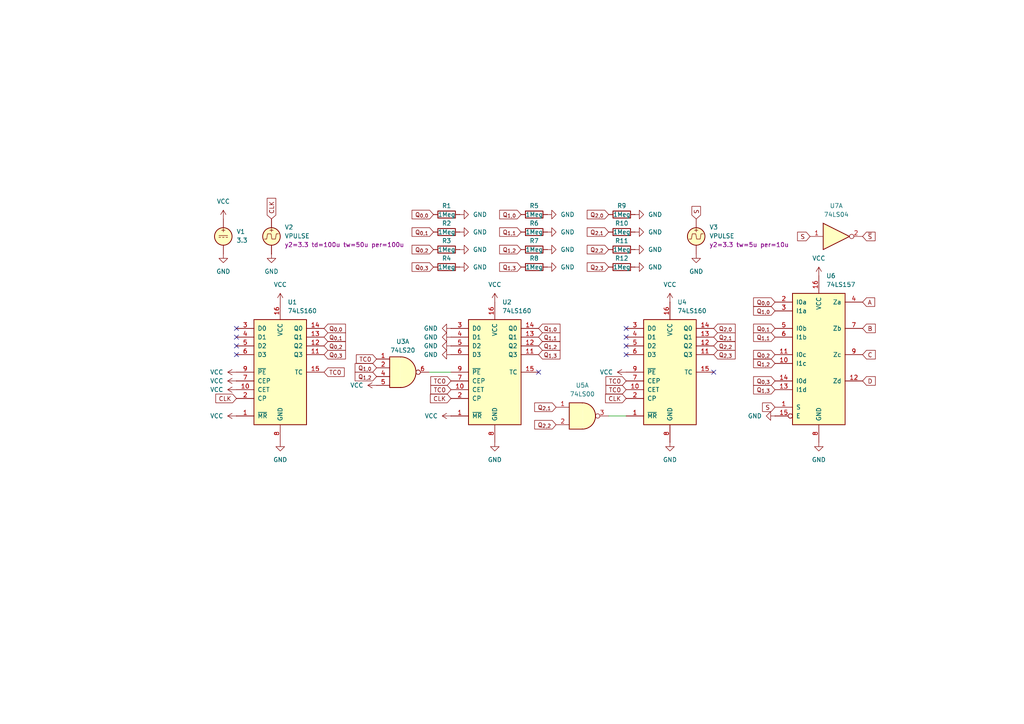
<source format=kicad_sch>
(kicad_sch (version 20250114) (generator "eeschema") (generator_version "9.0")
  (paper "A4")
  (lib_symbols
    (symbol "74xx:74LS00" (pin_names (offset 1.016))
      (property "Reference" "U" (at 0 1.27 0))
      (property "Value" "74LS00" (at 0 -1.27 0))
      (symbol "74LS00_1_1"
        (arc (start 0 3.81) (mid 3.7934 0) (end 0 -3.81) (stroke (width 0.254)) (fill (type background)))
        (polyline (pts (xy 0 3.81) (xy -3.81 3.81) (xy -3.81 -3.81) (xy 0 -3.81)) (stroke (width 0.254)) (fill (type background)))
        (pin input line (at -7.62 2.54 0) (length 3.81) (name "~") (number "1"))
        (pin input line (at -7.62 -2.54 0) (length 3.81) (name "~") (number "2"))
        (pin output inverted (at 7.62 0 180) (length 3.81) (name "~") (number "3"))
      )
      (symbol "74LS00_1_2"
        (arc (start -3.81 3.81) (mid -2.589 0) (end -3.81 -3.81) (stroke (width 0.254)))
        (polyline (pts (xy -3.81 3.81) (xy -0.635 3.81)) (stroke (width 0.254)) (fill (type background)))
        (polyline (pts (xy -3.81 -3.81) (xy -0.635 -3.81)) (stroke (width 0.254)) (fill (type background)))
        (arc (start 3.81 0) (mid 2.1855 -2.584) (end -0.6096 -3.81) (stroke (width 0.254)) (fill (type background)))
        (arc (start -0.6096 3.81) (mid 2.1928 2.5924) (end 3.81 0) (stroke (width 0.254)) (fill (type background)))
        (polyline (pts (xy -0.635 3.81) (xy -3.81 3.81) (xy -3.81 3.81) (xy -3.556 3.4036) (xy -3.0226 2.2606) (xy -2.6924 1.0414) (xy -2.6162 -0.254) (xy -2.7686 -1.4986) (xy -3.175 -2.7178) (xy -3.81 -3.81) (xy -3.81 -3.81) (xy -0.635 -3.81)) (stroke (width -25.4)) (fill (type background)))
        (pin input inverted (at -7.62 2.54 0) (length 4.318) (name "~") (number "1"))
        (pin input inverted (at -7.62 -2.54 0) (length 4.318) (name "~") (number "2"))
        (pin output line (at 7.62 0 180) (length 3.81) (name "~") (number "3"))
      )
      (symbol "74LS00_2_1"
        (arc (start 0 3.81) (mid 3.7934 0) (end 0 -3.81) (stroke (width 0.254)) (fill (type background)))
        (polyline (pts (xy 0 3.81) (xy -3.81 3.81) (xy -3.81 -3.81) (xy 0 -3.81)) (stroke (width 0.254)) (fill (type background)))
        (pin input line (at -7.62 2.54 0) (length 3.81) (name "~") (number "4"))
        (pin input line (at -7.62 -2.54 0) (length 3.81) (name "~") (number "5"))
        (pin output inverted (at 7.62 0 180) (length 3.81) (name "~") (number "6"))
      )
      (symbol "74LS00_2_2"
        (arc (start -3.81 3.81) (mid -2.589 0) (end -3.81 -3.81) (stroke (width 0.254)))
        (polyline (pts (xy -3.81 3.81) (xy -0.635 3.81)) (stroke (width 0.254)) (fill (type background)))
        (polyline (pts (xy -3.81 -3.81) (xy -0.635 -3.81)) (stroke (width 0.254)) (fill (type background)))
        (arc (start 3.81 0) (mid 2.1855 -2.584) (end -0.6096 -3.81) (stroke (width 0.254)) (fill (type background)))
        (arc (start -0.6096 3.81) (mid 2.1928 2.5924) (end 3.81 0) (stroke (width 0.254)) (fill (type background)))
        (polyline (pts (xy -0.635 3.81) (xy -3.81 3.81) (xy -3.81 3.81) (xy -3.556 3.4036) (xy -3.0226 2.2606) (xy -2.6924 1.0414) (xy -2.6162 -0.254) (xy -2.7686 -1.4986) (xy -3.175 -2.7178) (xy -3.81 -3.81) (xy -3.81 -3.81) (xy -0.635 -3.81)) (stroke (width -25.4)) (fill (type background)))
        (pin input inverted (at -7.62 2.54 0) (length 4.318) (name "~") (number "4"))
        (pin input inverted (at -7.62 -2.54 0) (length 4.318) (name "~") (number "5"))
        (pin output line (at 7.62 0 180) (length 3.81) (name "~") (number "6"))
      )
      (symbol "74LS00_3_1"
        (arc (start 0 3.81) (mid 3.7934 0) (end 0 -3.81) (stroke (width 0.254)) (fill (type background)))
        (polyline (pts (xy 0 3.81) (xy -3.81 3.81) (xy -3.81 -3.81) (xy 0 -3.81)) (stroke (width 0.254)) (fill (type background)))
        (pin input line (at -7.62 2.54 0) (length 3.81) (name "~") (number "9"))
        (pin input line (at -7.62 -2.54 0) (length 3.81) (name "~") (number "10"))
        (pin output inverted (at 7.62 0 180) (length 3.81) (name "~") (number "8"))
      )
      (symbol "74LS00_3_2"
        (arc (start -3.81 3.81) (mid -2.589 0) (end -3.81 -3.81) (stroke (width 0.254)))
        (polyline (pts (xy -3.81 3.81) (xy -0.635 3.81)) (stroke (width 0.254)) (fill (type background)))
        (polyline (pts (xy -3.81 -3.81) (xy -0.635 -3.81)) (stroke (width 0.254)) (fill (type background)))
        (arc (start 3.81 0) (mid 2.1855 -2.584) (end -0.6096 -3.81) (stroke (width 0.254)) (fill (type background)))
        (arc (start -0.6096 3.81) (mid 2.1928 2.5924) (end 3.81 0) (stroke (width 0.254)) (fill (type background)))
        (polyline (pts (xy -0.635 3.81) (xy -3.81 3.81) (xy -3.81 3.81) (xy -3.556 3.4036) (xy -3.0226 2.2606) (xy -2.6924 1.0414) (xy -2.6162 -0.254) (xy -2.7686 -1.4986) (xy -3.175 -2.7178) (xy -3.81 -3.81) (xy -3.81 -3.81) (xy -0.635 -3.81)) (stroke (width -25.4)) (fill (type background)))
        (pin input inverted (at -7.62 2.54 0) (length 4.318) (name "~") (number "9"))
        (pin input inverted (at -7.62 -2.54 0) (length 4.318) (name "~") (number "10"))
        (pin output line (at 7.62 0 180) (length 3.81) (name "~") (number "8"))
      )
      (symbol "74LS00_4_1"
        (arc (start 0 3.81) (mid 3.7934 0) (end 0 -3.81) (stroke (width 0.254)) (fill (type background)))
        (polyline (pts (xy 0 3.81) (xy -3.81 3.81) (xy -3.81 -3.81) (xy 0 -3.81)) (stroke (width 0.254)) (fill (type background)))
        (pin input line (at -7.62 2.54 0) (length 3.81) (name "~") (number "12"))
        (pin input line (at -7.62 -2.54 0) (length 3.81) (name "~") (number "13"))
        (pin output inverted (at 7.62 0 180) (length 3.81) (name "~") (number "11"))
      )
      (symbol "74LS00_4_2"
        (arc (start -3.81 3.81) (mid -2.589 0) (end -3.81 -3.81) (stroke (width 0.254)))
        (polyline (pts (xy -3.81 3.81) (xy -0.635 3.81)) (stroke (width 0.254)) (fill (type background)))
        (polyline (pts (xy -3.81 -3.81) (xy -0.635 -3.81)) (stroke (width 0.254)) (fill (type background)))
        (arc (start 3.81 0) (mid 2.1855 -2.584) (end -0.6096 -3.81) (stroke (width 0.254)) (fill (type background)))
        (arc (start -0.6096 3.81) (mid 2.1928 2.5924) (end 3.81 0) (stroke (width 0.254)) (fill (type background)))
        (polyline (pts (xy -0.635 3.81) (xy -3.81 3.81) (xy -3.81 3.81) (xy -3.556 3.4036) (xy -3.0226 2.2606) (xy -2.6924 1.0414) (xy -2.6162 -0.254) (xy -2.7686 -1.4986) (xy -3.175 -2.7178) (xy -3.81 -3.81) (xy -3.81 -3.81) (xy -0.635 -3.81)) (stroke (width -25.4)) (fill (type background)))
        (pin input inverted (at -7.62 2.54 0) (length 4.318) (name "~") (number "12"))
        (pin input inverted (at -7.62 -2.54 0) (length 4.318) (name "~") (number "13"))
        (pin output line (at 7.62 0 180) (length 3.81) (name "~") (number "11"))
      )
      (symbol "74LS00_5_0"
        (pin power_in line (at 0 12.7 270) (length 5.08) (name "VCC") (number "14"))
        (pin power_in line (at 0 -12.7 90) (length 5.08) (name "GND") (number "7"))
      )
      (symbol "74LS00_5_1"
        (rectangle (start -5.08 7.62) (end 5.08 -7.62) (stroke (width 0.254)) (fill (type background)))
      )
    )
    (symbol "74xx:74LS04"
      (property "Reference" "U" (at 0 1.27 0))
      (property "Value" "74LS04" (at 0 -1.27 0))
      (symbol "74LS04_1_0"
        (polyline (pts (xy -3.81 3.81) (xy -3.81 -3.81) (xy 3.81 0) (xy -3.81 3.81)) (stroke (width 0.254)) (fill (type background)))
        (pin input line (at -7.62 0 0) (length 3.81) (name "~") (number "1"))
        (pin output inverted (at 7.62 0 180) (length 3.81) (name "~") (number "2"))
      )
      (symbol "74LS04_2_0"
        (polyline (pts (xy -3.81 3.81) (xy -3.81 -3.81) (xy 3.81 0) (xy -3.81 3.81)) (stroke (width 0.254)) (fill (type background)))
        (pin input line (at -7.62 0 0) (length 3.81) (name "~") (number "3"))
        (pin output inverted (at 7.62 0 180) (length 3.81) (name "~") (number "4"))
      )
      (symbol "74LS04_3_0"
        (polyline (pts (xy -3.81 3.81) (xy -3.81 -3.81) (xy 3.81 0) (xy -3.81 3.81)) (stroke (width 0.254)) (fill (type background)))
        (pin input line (at -7.62 0 0) (length 3.81) (name "~") (number "5"))
        (pin output inverted (at 7.62 0 180) (length 3.81) (name "~") (number "6"))
      )
      (symbol "74LS04_4_0"
        (polyline (pts (xy -3.81 3.81) (xy -3.81 -3.81) (xy 3.81 0) (xy -3.81 3.81)) (stroke (width 0.254)) (fill (type background)))
        (pin input line (at -7.62 0 0) (length 3.81) (name "~") (number "9"))
        (pin output inverted (at 7.62 0 180) (length 3.81) (name "~") (number "8"))
      )
      (symbol "74LS04_5_0"
        (polyline (pts (xy -3.81 3.81) (xy -3.81 -3.81) (xy 3.81 0) (xy -3.81 3.81)) (stroke (width 0.254)) (fill (type background)))
        (pin input line (at -7.62 0 0) (length 3.81) (name "~") (number "11"))
        (pin output inverted (at 7.62 0 180) (length 3.81) (name "~") (number "10"))
      )
      (symbol "74LS04_6_0"
        (polyline (pts (xy -3.81 3.81) (xy -3.81 -3.81) (xy 3.81 0) (xy -3.81 3.81)) (stroke (width 0.254)) (fill (type background)))
        (pin input line (at -7.62 0 0) (length 3.81) (name "~") (number "13"))
        (pin output inverted (at 7.62 0 180) (length 3.81) (name "~") (number "12"))
      )
      (symbol "74LS04_7_0"
        (pin power_in line (at 0 12.7 270) (length 5.08) (name "VCC") (number "14"))
        (pin power_in line (at 0 -12.7 90) (length 5.08) (name "GND") (number "7"))
      )
      (symbol "74LS04_7_1"
        (rectangle (start -5.08 7.62) (end 5.08 -7.62) (stroke (width 0.254)) (fill (type background)))
      )
    )
    (symbol "74xx:74LS157" (pin_names (offset 1.016))
      (property "Reference" "U" (at -7.62 19.05 0))
      (property "Value" "74LS157" (at -7.62 -21.59 0))
      (symbol "74LS157_1_0"
        (pin input line (at -12.7 15.24 0) (length 5.08) (name "I0a") (number "2"))
        (pin input line (at -12.7 12.7 0) (length 5.08) (name "I1a") (number "3"))
        (pin input line (at -12.7 7.62 0) (length 5.08) (name "I0b") (number "5"))
        (pin input line (at -12.7 5.08 0) (length 5.08) (name "I1b") (number "6"))
        (pin input line (at -12.7 0 0) (length 5.08) (name "I0c") (number "11"))
        (pin input line (at -12.7 -2.54 0) (length 5.08) (name "I1c") (number "10"))
        (pin input line (at -12.7 -7.62 0) (length 5.08) (name "I0d") (number "14"))
        (pin input line (at -12.7 -10.16 0) (length 5.08) (name "I1d") (number "13"))
        (pin input line (at -12.7 -15.24 0) (length 5.08) (name "S") (number "1"))
        (pin input inverted (at -12.7 -17.78 0) (length 5.08) (name "E") (number "15"))
        (pin power_in line (at 0 22.86 270) (length 5.08) (name "VCC") (number "16"))
        (pin power_in line (at 0 -25.4 90) (length 5.08) (name "GND") (number "8"))
        (pin output line (at 12.7 15.24 180) (length 5.08) (name "Za") (number "4"))
        (pin output line (at 12.7 7.62 180) (length 5.08) (name "Zb") (number "7"))
        (pin output line (at 12.7 0 180) (length 5.08) (name "Zc") (number "9"))
        (pin output line (at 12.7 -7.62 180) (length 5.08) (name "Zd") (number "12"))
      )
      (symbol "74LS157_1_1"
        (rectangle (start -7.62 17.78) (end 7.62 -20.32) (stroke (width 0.254)) (fill (type background)))
      )
    )
    (symbol "74xx:74LS160" (pin_names (offset 1.016))
      (property "Reference" "U" (at -7.62 16.51 0))
      (property "Value" "74LS160" (at -7.62 -16.51 0))
      (symbol "74LS160_1_0"
        (pin input line (at -12.7 12.7 0) (length 5.08) (name "D0") (number "3"))
        (pin input line (at -12.7 10.16 0) (length 5.08) (name "D1") (number "4"))
        (pin input line (at -12.7 7.62 0) (length 5.08) (name "D2") (number "5"))
        (pin input line (at -12.7 5.08 0) (length 5.08) (name "D3") (number "6"))
        (pin input line (at -12.7 0 0) (length 5.08) (name "~{PE}") (number "9"))
        (pin input line (at -12.7 -2.54 0) (length 5.08) (name "CEP") (number "7"))
        (pin input line (at -12.7 -5.08 0) (length 5.08) (name "CET") (number "10"))
        (pin input line (at -12.7 -7.62 0) (length 5.08) (name "CP") (number "2"))
        (pin input line (at -12.7 -12.7 0) (length 5.08) (name "~{MR}") (number "1"))
        (pin power_in line (at 0 20.32 270) (length 5.08) (name "VCC") (number "16"))
        (pin power_in line (at 0 -20.32 90) (length 5.08) (name "GND") (number "8"))
        (pin output line (at 12.7 12.7 180) (length 5.08) (name "Q0") (number "14"))
        (pin output line (at 12.7 10.16 180) (length 5.08) (name "Q1") (number "13"))
        (pin output line (at 12.7 7.62 180) (length 5.08) (name "Q2") (number "12"))
        (pin output line (at 12.7 5.08 180) (length 5.08) (name "Q3") (number "11"))
        (pin output line (at 12.7 0 180) (length 5.08) (name "TC") (number "15"))
      )
      (symbol "74LS160_1_1"
        (rectangle (start -7.62 15.24) (end 7.62 -15.24) (stroke (width 0.254)) (fill (type background)))
      )
    )
    (symbol "74xx:74LS20" (pin_names (offset 1.016))
      (property "Reference" "U" (at 0 1.27 0))
      (property "Value" "74LS20" (at 0 -1.27 0))
      (symbol "74LS20_1_1"
        (arc (start -0.635 4.445) (mid 3.7907 0) (end -0.635 -4.445) (stroke (width 0.254)) (fill (type background)))
        (polyline (pts (xy -0.635 4.445) (xy -3.81 4.445) (xy -3.81 -4.445) (xy -0.635 -4.445)) (stroke (width 0.254)) (fill (type background)))
        (pin input line (at -7.62 3.81 0) (length 3.81) (name "~") (number "1"))
        (pin input line (at -7.62 1.27 0) (length 3.81) (name "~") (number "2"))
        (pin input line (at -7.62 -1.27 0) (length 3.81) (name "~") (number "4"))
        (pin input line (at -7.62 -3.81 0) (length 3.81) (name "~") (number "5"))
        (pin output inverted (at 7.62 0 180) (length 3.81) (name "~") (number "6"))
      )
      (symbol "74LS20_1_2"
        (arc (start -3.81 4.445) (mid -2.5908 0) (end -3.81 -4.445) (stroke (width 0.254)))
        (polyline (pts (xy -3.81 4.445) (xy -0.635 4.445)) (stroke (width 0.254)) (fill (type background)))
        (polyline (pts (xy -3.81 -4.445) (xy -0.635 -4.445)) (stroke (width 0.254)) (fill (type background)))
        (arc (start -0.6096 4.445) (mid 2.2198 2.8385) (end 3.81 0) (stroke (width 0.254)) (fill (type background)))
        (arc (start 3.81 0) (mid 2.224 -2.8428) (end -0.6096 -4.445) (stroke (width 0.254)) (fill (type background)))
        (polyline (pts (xy -0.635 4.445) (xy -3.81 4.445) (xy -3.81 4.445) (xy -3.6322 4.0894) (xy -3.0988 2.921) (xy -2.7686 1.6764) (xy -2.6162 0.4318) (xy -2.6416 -0.8636) (xy -2.8702 -2.1082) (xy -3.2512 -3.3274) (xy -3.81 -4.445) (xy -3.81 -4.445) (xy -0.635 -4.445)) (stroke (width -25.4)) (fill (type background)))
        (pin input inverted (at -7.62 3.81 0) (length 3.81) (name "~") (number "1"))
        (pin input inverted (at -7.62 1.27 0) (length 4.826) (name "~") (number "2"))
        (pin input inverted (at -7.62 -1.27 0) (length 4.826) (name "~") (number "4"))
        (pin input inverted (at -7.62 -3.81 0) (length 3.81) (name "~") (number "5"))
        (pin output line (at 7.62 0 180) (length 3.81) (name "~") (number "6"))
      )
      (symbol "74LS20_2_1"
        (arc (start -0.635 4.445) (mid 3.7907 0) (end -0.635 -4.445) (stroke (width 0.254)) (fill (type background)))
        (polyline (pts (xy -0.635 4.445) (xy -3.81 4.445) (xy -3.81 -4.445) (xy -0.635 -4.445)) (stroke (width 0.254)) (fill (type background)))
        (pin input line (at -7.62 3.81 0) (length 3.81) (name "~") (number "9"))
        (pin input line (at -7.62 1.27 0) (length 3.81) (name "~") (number "10"))
        (pin input line (at -7.62 -1.27 0) (length 3.81) (name "~") (number "12"))
        (pin input line (at -7.62 -3.81 0) (length 3.81) (name "~") (number "13"))
        (pin output inverted (at 7.62 0 180) (length 3.81) (name "~") (number "8"))
      )
      (symbol "74LS20_2_2"
        (arc (start -3.81 4.445) (mid -2.5908 0) (end -3.81 -4.445) (stroke (width 0.254)))
        (polyline (pts (xy -3.81 4.445) (xy -0.635 4.445)) (stroke (width 0.254)) (fill (type background)))
        (polyline (pts (xy -3.81 -4.445) (xy -0.635 -4.445)) (stroke (width 0.254)) (fill (type background)))
        (arc (start -0.6096 4.445) (mid 2.2198 2.8385) (end 3.81 0) (stroke (width 0.254)) (fill (type background)))
        (arc (start 3.81 0) (mid 2.224 -2.8428) (end -0.6096 -4.445) (stroke (width 0.254)) (fill (type background)))
        (polyline (pts (xy -0.635 4.445) (xy -3.81 4.445) (xy -3.81 4.445) (xy -3.6322 4.0894) (xy -3.0988 2.921) (xy -2.7686 1.6764) (xy -2.6162 0.4318) (xy -2.6416 -0.8636) (xy -2.8702 -2.1082) (xy -3.2512 -3.3274) (xy -3.81 -4.445) (xy -3.81 -4.445) (xy -0.635 -4.445)) (stroke (width -25.4)) (fill (type background)))
        (pin input inverted (at -7.62 3.81 0) (length 3.81) (name "~") (number "9"))
        (pin input inverted (at -7.62 1.27 0) (length 4.826) (name "~") (number "10"))
        (pin input inverted (at -7.62 -1.27 0) (length 4.826) (name "~") (number "12"))
        (pin input inverted (at -7.62 -3.81 0) (length 3.81) (name "~") (number "13"))
        (pin output line (at 7.62 0 180) (length 3.81) (name "~") (number "8"))
      )
      (symbol "74LS20_3_0"
        (pin power_in line (at 0 12.7 270) (length 5.08) (name "VCC") (number "14"))
        (pin power_in line (at 0 -12.7 90) (length 5.08) (name "GND") (number "7"))
      )
      (symbol "74LS20_3_1"
        (rectangle (start -5.08 7.62) (end 5.08 -7.62) (stroke (width 0.254)) (fill (type background)))
      )
    )
    (symbol "Device:R" (pin_numbers (hide yes)) (pin_names (offset 0))
      (property "Reference" "R" (at 2.032 0 90))
      (property "Value" "R" (at 0 0 90))
      (symbol "R_0_1"
        (rectangle (start -1.016 -2.54) (end 1.016 2.54) (stroke (width 0.254)))
      )
      (symbol "R_1_1"
        (pin passive line (at 0 3.81 270) (length 1.27) (name "~") (number "1"))
        (pin passive line (at 0 -3.81 90) (length 1.27) (name "~") (number "2"))
      )
    )
    (symbol "Simulation_SPICE:VDC" (pin_numbers (hide yes)) (pin_names (offset 0.0254))
      (property "Reference" "V" (at 2.54 2.54 0))
      (property "Value" "1" (at 2.54 0 0))
      (symbol "VDC_0_0"
        (polyline (pts (xy -1.27 0.254) (xy 1.27 0.254)))
        (polyline (pts (xy -0.762 -0.254) (xy -1.27 -0.254)))
        (polyline (pts (xy 0.254 -0.254) (xy -0.254 -0.254)))
        (polyline (pts (xy 1.27 -0.254) (xy 0.762 -0.254)))
        (text "+" (at 0 1.905 0) (effects (font (size 1.27 1.27))))
      )
      (symbol "VDC_0_1"
        (circle (center 0 0) (radius 2.54) (stroke (width 0.254)) (fill (type background)))
      )
      (symbol "VDC_1_1"
        (pin passive line (at 0 5.08 270) (length 2.54) (name "~") (number "1"))
        (pin passive line (at 0 -5.08 90) (length 2.54) (name "~") (number "2"))
      )
    )
    (symbol "Simulation_SPICE:VPULSE" (pin_numbers (hide yes)) (pin_names (offset 0.0254))
      (property "Reference" "V" (at 2.54 2.54 0))
      (property "Value" "VPULSE" (at 2.54 0 0))
      (property "Sim.Params" "y1=0 y2=1 td=2n tr=2n tf=2n tw=50n per=100n" (at 2.54 -2.54 0))
      (symbol "VPULSE_0_0"
        (polyline (pts (xy -2.032 -0.762) (xy -1.397 -0.762) (xy -1.143 0.762) (xy -0.127 0.762) (xy 0.127 -0.762) (xy 1.143 -0.762) (xy 1.397 0.762) (xy 2.032 0.762)))
        (text "+" (at 0 1.905 0) (effects (font (size 1.27 1.27))))
      )
      (symbol "VPULSE_0_1"
        (circle (center 0 0) (radius 2.54) (stroke (width 0.254)) (fill (type background)))
      )
      (symbol "VPULSE_1_1"
        (pin passive line (at 0 5.08 270) (length 2.54) (name "~") (number "1"))
        (pin passive line (at 0 -5.08 90) (length 2.54) (name "~") (number "2"))
      )
    )
    (symbol "power:GND" (power) (pin_numbers (hide yes)) (pin_names (offset 0) (hide yes))
      (property "Value" "GND" (at 0 -3.81 0))
      (symbol "GND_0_1"
        (polyline (pts (xy 0 0) (xy 0 -1.27) (xy 1.27 -1.27) (xy 0 -2.54) (xy -1.27 -1.27) (xy 0 -1.27)))
      )
      (symbol "GND_1_1"
        (pin power_in line (at 0 0 270) (length 0) (name "~") (number "1"))
      )
    )
    (symbol "power:VCC" (power) (pin_numbers (hide yes)) (pin_names (offset 0) (hide yes))
      (property "Value" "VCC" (at 0 3.556 0))
      (symbol "VCC_0_1"
        (polyline (pts (xy -0.762 1.27) (xy 0 2.54)))
        (polyline (pts (xy 0 2.54) (xy 0.762 1.27)))
        (polyline (pts (xy 0 0) (xy 0 2.54)))
      )
      (symbol "VCC_1_1"
        (pin power_in line (at 0 0 90) (length 0) (name "~") (number "1"))
      )
    )
  )
  (no_connect (at 68.58 95.25))
  (no_connect (at 181.61 97.79))
  (no_connect (at 181.61 102.87))
  (no_connect (at 181.61 95.25))
  (no_connect (at 68.58 100.33))
  (no_connect (at 68.58 102.87))
  (no_connect (at 181.61 100.33))
  (no_connect (at 156.21 107.95))
  (no_connect (at 68.58 97.79))
  (no_connect (at 207.01 107.95))
  (wire (pts (xy 176.53 120.65) (xy 181.61 120.65)))
  (wire (pts (xy 124.46 107.95) (xy 130.81 107.95)))
  (global_label "CLK" (shape input) (at 68.58 115.57 180) (property "Intersheetrefs" "${INTERSHEET_REFS}" (effects (hide yes))))
  (global_label "Q_{2,1}" (shape input) (at 161.29 118.11 180) (property "Intersheetrefs" "${INTERSHEET_REFS}" (effects (hide yes))))
  (global_label "Q_{1,2}" (shape input) (at 109.22 109.22 180) (property "Intersheetrefs" "${INTERSHEET_REFS}" (effects (hide yes))))
  (global_label "Q_{0,3}" (shape input) (at 93.98 102.87 0) (property "Intersheetrefs" "${INTERSHEET_REFS}" (effects (hide yes))))
  (global_label "Q_{1,0}" (shape input) (at 109.22 106.68 180) (property "Intersheetrefs" "${INTERSHEET_REFS}" (effects (hide yes))))
  (global_label "Q_{2,3}" (shape input) (at 207.01 102.87 0) (property "Intersheetrefs" "${INTERSHEET_REFS}" (effects (hide yes))))
  (global_label "A" (shape input) (at 250.19 87.63 0) (property "Intersheetrefs" "${INTERSHEET_REFS}" (effects (hide yes))))
  (global_label "Q_{1,2}" (shape input) (at 151.13 72.39 180) (property "Intersheetrefs" "${INTERSHEET_REFS}" (effects (hide yes))))
  (global_label "Q_{1,3}" (shape input) (at 156.21 102.87 0) (property "Intersheetrefs" "${INTERSHEET_REFS}" (effects (hide yes))))
  (global_label "TC0" (shape input) (at 109.22 104.14 180) (property "Intersheetrefs" "${INTERSHEET_REFS}" (effects (hide yes))))
  (global_label "TC0" (shape input) (at 130.81 110.49 180) (property "Intersheetrefs" "${INTERSHEET_REFS}" (effects (hide yes))))
  (global_label "Q_{0,3}" (shape input) (at 125.73 77.47 180) (property "Intersheetrefs" "${INTERSHEET_REFS}" (effects (hide yes))))
  (global_label "Q_{0,3}" (shape input) (at 224.79 110.49 180) (property "Intersheetrefs" "${INTERSHEET_REFS}" (effects (hide yes))))
  (global_label "Q_{0,2}" (shape input) (at 93.98 100.33 0) (property "Intersheetrefs" "${INTERSHEET_REFS}" (effects (hide yes))))
  (global_label "CLK" (shape input) (at 181.61 115.57 180) (property "Intersheetrefs" "${INTERSHEET_REFS}" (effects (hide yes))))
  (global_label "S" (shape input) (at 224.79 118.11 180) (property "Intersheetrefs" "${INTERSHEET_REFS}" (effects (hide yes))))
  (global_label "Q_{2,2}" (shape input) (at 207.01 100.33 0) (property "Intersheetrefs" "${INTERSHEET_REFS}" (effects (hide yes))))
  (global_label "Q_{0,2}" (shape input) (at 224.79 102.87 180) (property "Intersheetrefs" "${INTERSHEET_REFS}" (effects (hide yes))))
  (global_label "TC0" (shape input) (at 181.61 113.03 180) (property "Intersheetrefs" "${INTERSHEET_REFS}" (effects (hide yes))))
  (global_label "Q_{2,0}" (shape input) (at 207.01 95.25 0) (property "Intersheetrefs" "${INTERSHEET_REFS}" (effects (hide yes))))
  (global_label "Q_{1,1}" (shape input) (at 156.21 97.79 0) (property "Intersheetrefs" "${INTERSHEET_REFS}" (effects (hide yes))))
  (global_label "Q_{2,3}" (shape input) (at 176.53 77.47 180) (property "Intersheetrefs" "${INTERSHEET_REFS}" (effects (hide yes))))
  (global_label "Q_{1,3}" (shape input) (at 151.13 77.47 180) (property "Intersheetrefs" "${INTERSHEET_REFS}" (effects (hide yes))))
  (global_label "Q_{0,0}" (shape input) (at 93.98 95.25 0) (property "Intersheetrefs" "${INTERSHEET_REFS}" (effects (hide yes))))
  (global_label "Q_{1,1}" (shape input) (at 224.79 97.79 180) (property "Intersheetrefs" "${INTERSHEET_REFS}" (effects (hide yes))))
  (global_label "Q_{2,2}" (shape input) (at 161.29 123.19 180) (property "Intersheetrefs" "${INTERSHEET_REFS}" (effects (hide yes))))
  (global_label "S" (shape input) (at 201.93 63.5 90) (property "Intersheetrefs" "${INTERSHEET_REFS}" (effects (hide yes))))
  (global_label "Q_{1,3}" (shape input) (at 224.79 113.03 180) (property "Intersheetrefs" "${INTERSHEET_REFS}" (effects (hide yes))))
  (global_label "Q_{0,2}" (shape input) (at 125.73 72.39 180) (property "Intersheetrefs" "${INTERSHEET_REFS}" (effects (hide yes))))
  (global_label "D" (shape input) (at 250.19 110.49 0) (property "Intersheetrefs" "${INTERSHEET_REFS}" (effects (hide yes))))
  (global_label "Q_{0,0}" (shape input) (at 224.79 87.63 180) (property "Intersheetrefs" "${INTERSHEET_REFS}" (effects (hide yes))))
  (global_label "Q_{1,2}" (shape input) (at 156.21 100.33 0) (property "Intersheetrefs" "${INTERSHEET_REFS}" (effects (hide yes))))
  (global_label "Q_{2,2}" (shape input) (at 176.53 72.39 180) (property "Intersheetrefs" "${INTERSHEET_REFS}" (effects (hide yes))))
  (global_label "Q_{0,1}" (shape input) (at 125.73 67.31 180) (property "Intersheetrefs" "${INTERSHEET_REFS}" (effects (hide yes))))
  (global_label "S" (shape input) (at 234.95 68.58 180) (property "Intersheetrefs" "${INTERSHEET_REFS}" (effects (hide yes))))
  (global_label "C" (shape input) (at 250.19 102.87 0) (property "Intersheetrefs" "${INTERSHEET_REFS}" (effects (hide yes))))
  (global_label "Q_{1,2}" (shape input) (at 224.79 105.41 180) (property "Intersheetrefs" "${INTERSHEET_REFS}" (effects (hide yes))))
  (global_label "CLK" (shape input) (at 78.74 63.5 90) (property "Intersheetrefs" "${INTERSHEET_REFS}" (effects (hide yes))))
  (global_label "CLK" (shape input) (at 130.81 115.57 180) (property "Intersheetrefs" "${INTERSHEET_REFS}" (effects (hide yes))))
  (global_label "TC0" (shape input) (at 181.61 110.49 180) (property "Intersheetrefs" "${INTERSHEET_REFS}" (effects (hide yes))))
  (global_label "Q_{0,1}" (shape input) (at 224.79 95.25 180) (property "Intersheetrefs" "${INTERSHEET_REFS}" (effects (hide yes))))
  (global_label "Q_{0,1}" (shape input) (at 93.98 97.79 0) (property "Intersheetrefs" "${INTERSHEET_REFS}" (effects (hide yes))))
  (global_label "TC0" (shape input) (at 130.81 113.03 180) (property "Intersheetrefs" "${INTERSHEET_REFS}" (effects (hide yes))))
  (global_label "Q_{0,0}" (shape input) (at 125.73 62.23 180) (property "Intersheetrefs" "${INTERSHEET_REFS}" (effects (hide yes))))
  (global_label "Q_{1,0}" (shape input) (at 156.21 95.25 0) (property "Intersheetrefs" "${INTERSHEET_REFS}" (effects (hide yes))))
  (global_label "TC0" (shape input) (at 93.98 107.95 0) (property "Intersheetrefs" "${INTERSHEET_REFS}" (effects (hide yes))))
  (global_label "Q_{2,1}" (shape input) (at 207.01 97.79 0) (property "Intersheetrefs" "${INTERSHEET_REFS}" (effects (hide yes))))
  (global_label "Q_{2,1}" (shape input) (at 176.53 67.31 180) (property "Intersheetrefs" "${INTERSHEET_REFS}" (effects (hide yes))))
  (global_label "Q_{1,1}" (shape input) (at 151.13 67.31 180) (property "Intersheetrefs" "${INTERSHEET_REFS}" (effects (hide yes))))
  (global_label "~{S}" (shape input) (at 250.19 68.58 0) (property "Intersheetrefs" "${INTERSHEET_REFS}" (effects (hide yes))))
  (global_label "B" (shape input) (at 250.19 95.25 0) (property "Intersheetrefs" "${INTERSHEET_REFS}" (effects (hide yes))))
  (global_label "Q_{1,0}" (shape input) (at 151.13 62.23 180) (property "Intersheetrefs" "${INTERSHEET_REFS}" (effects (hide yes))))
  (global_label "Q_{1,0}" (shape input) (at 224.79 90.17 180) (property "Intersheetrefs" "${INTERSHEET_REFS}" (effects (hide yes))))
  (global_label "Q_{2,0}" (shape input) (at 176.53 62.23 180) (property "Intersheetrefs" "${INTERSHEET_REFS}" (effects (hide yes))))
  (symbol (lib_id "Device:R") (at 180.34 62.23 90) (unit 1)
    (property "Reference" "R9" (at 180.34 59.69 90))
    (property "Value" "1Meg" (at 180.34 62.23 90))
    (property "Description" "Resistor" (effects (hide yes)))
  )
  (symbol (lib_id "power:VCC") (at 64.77 63.5 0) (unit 1)
    (property "Reference" "#PWR03" (effects (hide yes)))
    (property "Value" "VCC" (at 64.77 58.42 0))
    (property "Description" "Power symbol creates a global label with name \"VCC\"" (effects (hide yes)))
  )
  (symbol (lib_id "power:GND") (at 130.81 97.79 270) (unit 1)
    (property "Reference" "#PWR013" (effects (hide yes)))
    (property "Value" "GND" (at 127 97.7899 90) (effects (justify right)))
    (property "Description" "Power symbol creates a global label with name \"GND\" , ground" (effects (hide yes)))
  )
  (symbol (lib_id "power:GND") (at 184.15 62.23 90) (unit 1)
    (property "Reference" "#PWR031" (effects (hide yes)))
    (property "Value" "GND" (at 187.96 62.2299 90) (effects (justify right)))
    (property "Description" "Power symbol creates a global label with name \"GND\" , ground" (effects (hide yes)))
  )
  (symbol (lib_id "74xx:74LS160") (at 143.51 107.95 0) (unit 1)
    (property "Reference" "U2" (at 145.6533 87.63 0) (effects (justify left)))
    (property "Value" "74LS160" (at 145.6533 90.17 0) (effects (justify left)))
    (property "Datasheet" "http://www.ti.com/lit/gpn/sn74LS160" (effects (hide yes)))
    (property "Description" "Synchronous 4-bit programmable decimal Counter" (effects (hide yes)))
    (property "Sim.Library" "../74LS160A.lib" (effects (hide yes)))
    (property "Sim.Name" "74LS160A" (effects (hide yes)))
    (property "Sim.Device" "SUBCKT" (effects (hide yes)))
    (property "Sim.Pins" "1=CLRBAR 2=CLK 3=A 4=B 5=C 6=D 7=ENP 8=GND 9=LOADBAR 10=ENT 11=QD 12=QC 13=QB 14=QA 15=RCO 16=VCC" (effects (hide yes)))
  )
  (symbol (lib_id "power:GND") (at 158.75 62.23 90) (unit 1)
    (property "Reference" "#PWR027" (effects (hide yes)))
    (property "Value" "GND" (at 162.56 62.2299 90) (effects (justify right)))
    (property "Description" "Power symbol creates a global label with name \"GND\" , ground" (effects (hide yes)))
  )
  (symbol (lib_id "power:GND") (at 133.35 62.23 90) (unit 1)
    (property "Reference" "#PWR021" (effects (hide yes)))
    (property "Value" "GND" (at 137.16 62.2299 90) (effects (justify right)))
    (property "Description" "Power symbol creates a global label with name \"GND\" , ground" (effects (hide yes)))
  )
  (symbol (lib_id "power:GND") (at 184.15 77.47 90) (unit 1)
    (property "Reference" "#PWR034" (effects (hide yes)))
    (property "Value" "GND" (at 187.96 77.4699 90) (effects (justify right)))
    (property "Description" "Power symbol creates a global label with name \"GND\" , ground" (effects (hide yes)))
  )
  (symbol (lib_id "power:VCC") (at 68.58 113.03 90) (unit 1)
    (property "Reference" "#PWR010" (effects (hide yes)))
    (property "Value" "VCC" (at 64.77 113.0299 90) (effects (justify left)))
    (property "Description" "Power symbol creates a global label with name \"VCC\"" (effects (hide yes)))
  )
  (symbol (lib_id "power:VCC") (at 237.49 80.01 0) (unit 1)
    (property "Reference" "#PWR035" (effects (hide yes)))
    (property "Value" "VCC" (at 237.49 74.93 0))
    (property "Description" "Power symbol creates a global label with name \"VCC\"" (effects (hide yes)))
  )
  (symbol (lib_id "power:GND") (at 64.77 73.66 0) (unit 1)
    (property "Reference" "#PWR01" (effects (hide yes)))
    (property "Value" "GND" (at 64.77 78.74 0))
    (property "Description" "Power symbol creates a global label with name \"GND\" , ground" (effects (hide yes)))
  )
  (symbol (lib_id "power:GND") (at 158.75 67.31 90) (unit 1)
    (property "Reference" "#PWR028" (effects (hide yes)))
    (property "Value" "GND" (at 162.56 67.3099 90) (effects (justify right)))
    (property "Description" "Power symbol creates a global label with name \"GND\" , ground" (effects (hide yes)))
  )
  (symbol (lib_id "power:GND") (at 78.74 73.66 0) (unit 1)
    (property "Reference" "#PWR02" (effects (hide yes)))
    (property "Value" "GND" (at 78.74 78.74 0))
    (property "Description" "Power symbol creates a global label with name \"GND\" , ground" (effects (hide yes)))
  )
  (symbol (lib_id "Device:R") (at 129.54 62.23 90) (unit 1)
    (property "Reference" "R1" (at 129.54 59.69 90))
    (property "Value" "1Meg" (at 129.54 62.23 90))
    (property "Description" "Resistor" (effects (hide yes)))
  )
  (symbol (lib_id "power:VCC") (at 194.31 87.63 0) (unit 1)
    (property "Reference" "#PWR022" (effects (hide yes)))
    (property "Value" "VCC" (at 194.31 82.55 0))
    (property "Description" "Power symbol creates a global label with name \"VCC\"" (effects (hide yes)))
  )
  (symbol (lib_id "Device:R") (at 154.94 77.47 90) (unit 1)
    (property "Reference" "R8" (at 154.94 74.93 90))
    (property "Value" "1Meg" (at 154.94 77.47 90))
    (property "Description" "Resistor" (effects (hide yes)))
  )
  (symbol (lib_id "power:VCC") (at 81.28 87.63 0) (unit 1)
    (property "Reference" "#PWR04" (effects (hide yes)))
    (property "Value" "VCC" (at 81.28 82.55 0))
    (property "Description" "Power symbol creates a global label with name \"VCC\"" (effects (hide yes)))
  )
  (symbol (lib_id "Device:R") (at 129.54 77.47 90) (unit 1)
    (property "Reference" "R4" (at 129.54 74.93 90))
    (property "Value" "1Meg" (at 129.54 77.47 90))
    (property "Description" "Resistor" (effects (hide yes)))
  )
  (symbol (lib_id "74xx:74LS160") (at 194.31 107.95 0) (unit 1)
    (property "Reference" "U4" (at 196.4533 87.63 0) (effects (justify left)))
    (property "Value" "74LS160" (at 196.4533 90.17 0) (effects (justify left)))
    (property "Datasheet" "http://www.ti.com/lit/gpn/sn74LS160" (effects (hide yes)))
    (property "Description" "Synchronous 4-bit programmable decimal Counter" (effects (hide yes)))
    (property "Sim.Library" "../74LS160A.lib" (effects (hide yes)))
    (property "Sim.Name" "74LS160A" (effects (hide yes)))
    (property "Sim.Device" "SUBCKT" (effects (hide yes)))
    (property "Sim.Pins" "1=CLRBAR 2=CLK 3=A 4=B 5=C 6=D 7=ENP 8=GND 9=LOADBAR 10=ENT 11=QD 12=QC 13=QB 14=QA 15=RCO 16=VCC" (effects (hide yes)))
  )
  (symbol (lib_id "power:VCC") (at 143.51 87.63 0) (unit 1)
    (property "Reference" "#PWR05" (effects (hide yes)))
    (property "Value" "VCC" (at 143.51 82.55 0))
    (property "Description" "Power symbol creates a global label with name \"VCC\"" (effects (hide yes)))
  )
  (symbol (lib_id "74xx:74LS00") (at 168.91 120.65 0) (unit 1)
    (property "Reference" "U5" (at 168.9017 111.76 0))
    (property "Value" "74LS00" (at 168.9017 114.3 0))
    (property "Datasheet" "http://www.ti.com/lit/gpn/sn74ls00" (effects (hide yes)))
    (property "Description" "quad 2-input NAND gate" (effects (hide yes)))
    (property "Sim.Library" "../74LS00.lib" (effects (hide yes)))
    (property "Sim.Name" "74LS00" (effects (hide yes)))
    (property "Sim.Device" "SUBCKT" (effects (hide yes)))
    (property "Sim.Pins" "1=1A 2=1B 3=1Y" (effects (hide yes)))
  )
  (symbol (lib_id "Device:R") (at 154.94 62.23 90) (unit 1)
    (property "Reference" "R5" (at 154.94 59.69 90))
    (property "Value" "1Meg" (at 154.94 62.23 90))
    (property "Description" "Resistor" (effects (hide yes)))
  )
  (symbol (lib_id "power:GND") (at 184.15 67.31 90) (unit 1)
    (property "Reference" "#PWR032" (effects (hide yes)))
    (property "Value" "GND" (at 187.96 67.3099 90) (effects (justify right)))
    (property "Description" "Power symbol creates a global label with name \"GND\" , ground" (effects (hide yes)))
  )
  (symbol (lib_id "Device:R") (at 129.54 72.39 90) (unit 1)
    (property "Reference" "R3" (at 129.54 69.85 90))
    (property "Value" "1Meg" (at 129.54 72.39 90))
    (property "Description" "Resistor" (effects (hide yes)))
  )
  (symbol (lib_id "power:GND") (at 158.75 72.39 90) (unit 1)
    (property "Reference" "#PWR029" (effects (hide yes)))
    (property "Value" "GND" (at 162.56 72.3899 90) (effects (justify right)))
    (property "Description" "Power symbol creates a global label with name \"GND\" , ground" (effects (hide yes)))
  )
  (symbol (lib_id "power:GND") (at 184.15 72.39 90) (unit 1)
    (property "Reference" "#PWR033" (effects (hide yes)))
    (property "Value" "GND" (at 187.96 72.3899 90) (effects (justify right)))
    (property "Description" "Power symbol creates a global label with name \"GND\" , ground" (effects (hide yes)))
  )
  (symbol (lib_id "Device:R") (at 180.34 67.31 90) (unit 1)
    (property "Reference" "R10" (at 180.34 64.77 90))
    (property "Value" "1Meg" (at 180.34 67.31 90))
    (property "Description" "Resistor" (effects (hide yes)))
  )
  (symbol (lib_id "power:GND") (at 81.28 128.27 0) (unit 1)
    (property "Reference" "#PWR06" (effects (hide yes)))
    (property "Value" "GND" (at 81.28 133.35 0))
    (property "Description" "Power symbol creates a global label with name \"GND\" , ground" (effects (hide yes)))
  )
  (symbol (lib_id "power:GND") (at 143.51 128.27 0) (unit 1)
    (property "Reference" "#PWR07" (effects (hide yes)))
    (property "Value" "GND" (at 143.51 133.35 0))
    (property "Description" "Power symbol creates a global label with name \"GND\" , ground" (effects (hide yes)))
  )
  (symbol (lib_id "Device:R") (at 154.94 67.31 90) (unit 1)
    (property "Reference" "R6" (at 154.94 64.77 90))
    (property "Value" "1Meg" (at 154.94 67.31 90))
    (property "Description" "Resistor" (effects (hide yes)))
  )
  (symbol (lib_id "power:VCC") (at 68.58 120.65 90) (unit 1)
    (property "Reference" "#PWR08" (effects (hide yes)))
    (property "Value" "VCC" (at 64.77 120.6499 90) (effects (justify left)))
    (property "Description" "Power symbol creates a global label with name \"VCC\"" (effects (hide yes)))
  )
  (symbol (lib_id "Device:R") (at 180.34 72.39 90) (unit 1)
    (property "Reference" "R11" (at 180.34 69.85 90))
    (property "Value" "1Meg" (at 180.34 72.39 90))
    (property "Description" "Resistor" (effects (hide yes)))
  )
  (symbol (lib_id "power:GND") (at 130.81 95.25 270) (unit 1)
    (property "Reference" "#PWR012" (effects (hide yes)))
    (property "Value" "GND" (at 127 95.2499 90) (effects (justify right)))
    (property "Description" "Power symbol creates a global label with name \"GND\" , ground" (effects (hide yes)))
  )
  (symbol (lib_id "power:GND") (at 133.35 77.47 90) (unit 1)
    (property "Reference" "#PWR026" (effects (hide yes)))
    (property "Value" "GND" (at 137.16 77.4699 90) (effects (justify right)))
    (property "Description" "Power symbol creates a global label with name \"GND\" , ground" (effects (hide yes)))
  )
  (symbol (lib_id "74xx:74LS160") (at 81.28 107.95 0) (unit 1)
    (property "Reference" "U1" (at 83.4233 87.63 0) (effects (justify left)))
    (property "Value" "74LS160" (at 83.4233 90.17 0) (effects (justify left)))
    (property "Datasheet" "http://www.ti.com/lit/gpn/sn74LS160" (effects (hide yes)))
    (property "Description" "Synchronous 4-bit programmable decimal Counter" (effects (hide yes)))
    (property "Sim.Library" "../74LS160A.lib" (effects (hide yes)))
    (property "Sim.Name" "74LS160A" (effects (hide yes)))
    (property "Sim.Device" "SUBCKT" (effects (hide yes)))
    (property "Sim.Pins" "1=CLRBAR 2=CLK 3=A 4=B 5=C 6=D 7=ENP 8=GND 9=LOADBAR 10=ENT 11=QD 12=QC 13=QB 14=QA 15=RCO 16=VCC" (effects (hide yes)))
  )
  (symbol (lib_id "74xx:74LS157") (at 237.49 102.87 0) (unit 1)
    (property "Reference" "U6" (at 239.6333 80.01 0) (effects (justify left)))
    (property "Value" "74LS157" (at 239.6333 82.55 0) (effects (justify left)))
    (property "Datasheet" "http://www.ti.com/lit/gpn/sn74LS157" (effects (hide yes)))
    (property "Description" "Quad 2 to 1 line Multiplexer" (effects (hide yes)))
    (property "Sim.Library" "../74LS157.lib" (effects (hide yes)))
    (property "Sim.Name" "74LS157" (effects (hide yes)))
    (property "Sim.Device" "SUBCKT" (effects (hide yes)))
    (property "Sim.Pins" "1=ABAR/B 2=1A 3=1B 4=1Y 5=2A 6=2B 7=2Y 8=GND 9=3Y 10=3B 11=3A 12=4Y 13=4B 14=4A 15=GBAR 16=VCC" (effects (hide yes)))
  )
  (symbol (lib_id "Device:R") (at 180.34 77.47 90) (unit 1)
    (property "Reference" "R12" (at 180.34 74.93 90))
    (property "Value" "1Meg" (at 180.34 77.47 90))
    (property "Description" "Resistor" (effects (hide yes)))
  )
  (symbol (lib_id "power:VCC") (at 109.22 111.76 90) (unit 1)
    (property "Reference" "#PWR017" (effects (hide yes)))
    (property "Value" "VCC" (at 105.41 111.7599 90) (effects (justify left)))
    (property "Description" "Power symbol creates a global label with name \"VCC\"" (effects (hide yes)))
  )
  (symbol (lib_id "74xx:74LS04") (at 242.57 68.58 0) (unit 1)
    (property "Reference" "U7" (at 242.57 59.69 0))
    (property "Value" "74LS04" (at 242.57 62.23 0))
    (property "Datasheet" "http://www.ti.com/lit/gpn/sn74LS04" (effects (hide yes)))
    (property "Description" "Hex Inverter" (effects (hide yes)))
    (property "Sim.Library" "../74LS04.lib" (effects (hide yes)))
    (property "Sim.Name" "74LS04" (effects (hide yes)))
    (property "Sim.Device" "SUBCKT" (effects (hide yes)))
    (property "Sim.Pins" "1=1A 2=1Y" (effects (hide yes)))
  )
  (symbol (lib_id "power:GND") (at 130.81 100.33 270) (unit 1)
    (property "Reference" "#PWR014" (effects (hide yes)))
    (property "Value" "GND" (at 127 100.3299 90) (effects (justify right)))
    (property "Description" "Power symbol creates a global label with name \"GND\" , ground" (effects (hide yes)))
  )
  (symbol (lib_id "power:VCC") (at 130.81 120.65 90) (unit 1)
    (property "Reference" "#PWR011" (effects (hide yes)))
    (property "Value" "VCC" (at 127 120.6499 90) (effects (justify left)))
    (property "Description" "Power symbol creates a global label with name \"VCC\"" (effects (hide yes)))
  )
  (symbol (lib_id "Simulation_SPICE:VPULSE") (at 201.93 68.58 0) (unit 1)
    (property "Reference" "V3" (at 205.74 65.9101 0) (effects (justify left)))
    (property "Value" "VPULSE" (at 205.74 68.4501 0) (effects (justify left)))
    (property "Datasheet" "https://ngspice.sourceforge.io/docs/ngspice-html-manual/manual.xhtml#sec_Independent_Sources_for" (effects (hide yes)))
    (property "Description" "Voltage source, pulse" (effects (hide yes)))
    (property "Sim.Pins" "1=+ 2=-" (effects (hide yes)))
    (property "Sim.Type" "PULSE" (effects (hide yes)))
    (property "Sim.Device" "V" (effects (hide yes)))
    (property "Sim.Params" "y2=3.3 tw=5u per=10u" (at 205.74 70.9901 0) (effects (justify left)))
  )
  (symbol (lib_id "74xx:74LS20") (at 116.84 107.95 0) (unit 1)
    (property "Reference" "U3" (at 116.8303 99.06 0))
    (property "Value" "74LS20" (at 116.8303 101.6 0))
    (property "Datasheet" "http://www.ti.com/lit/gpn/sn74LS20" (effects (hide yes)))
    (property "Description" "Dual 4-input NAND" (effects (hide yes)))
    (property "Sim.Library" "../74LS20.lib" (effects (hide yes)))
    (property "Sim.Name" "74LS20" (effects (hide yes)))
    (property "Sim.Device" "SUBCKT" (effects (hide yes)))
    (property "Sim.Pins" "1=1A 2=1B 4=1C 5=1D 6=1Y" (effects (hide yes)))
  )
  (symbol (lib_id "power:GND") (at 194.31 128.27 0) (unit 1)
    (property "Reference" "#PWR023" (effects (hide yes)))
    (property "Value" "GND" (at 194.31 133.35 0))
    (property "Description" "Power symbol creates a global label with name \"GND\" , ground" (effects (hide yes)))
  )
  (symbol (lib_id "power:GND") (at 201.93 73.66 0) (unit 1)
    (property "Reference" "#PWR019" (effects (hide yes)))
    (property "Value" "GND" (at 201.93 78.74 0))
    (property "Description" "Power symbol creates a global label with name \"GND\" , ground" (effects (hide yes)))
  )
  (symbol (lib_id "power:GND") (at 224.79 120.65 270) (unit 1)
    (property "Reference" "#PWR036" (effects (hide yes)))
    (property "Value" "GND" (at 220.98 120.6499 90) (effects (justify right)))
    (property "Description" "Power symbol creates a global label with name \"GND\" , ground" (effects (hide yes)))
  )
  (symbol (lib_id "Device:R") (at 154.94 72.39 90) (unit 1)
    (property "Reference" "R7" (at 154.94 69.85 90))
    (property "Value" "1Meg" (at 154.94 72.39 90))
    (property "Description" "Resistor" (effects (hide yes)))
  )
  (symbol (lib_id "power:VCC") (at 68.58 107.95 90) (unit 1)
    (property "Reference" "#PWR016" (effects (hide yes)))
    (property "Value" "VCC" (at 64.77 107.9499 90) (effects (justify left)))
    (property "Description" "Power symbol creates a global label with name \"VCC\"" (effects (hide yes)))
  )
  (symbol (lib_id "power:GND") (at 130.81 102.87 270) (unit 1)
    (property "Reference" "#PWR015" (effects (hide yes)))
    (property "Value" "GND" (at 127 102.8699 90) (effects (justify right)))
    (property "Description" "Power symbol creates a global label with name \"GND\" , ground" (effects (hide yes)))
  )
  (symbol (lib_id "power:VCC") (at 68.58 110.49 90) (unit 1)
    (property "Reference" "#PWR09" (effects (hide yes)))
    (property "Value" "VCC" (at 64.77 110.4899 90) (effects (justify left)))
    (property "Description" "Power symbol creates a global label with name \"VCC\"" (effects (hide yes)))
  )
  (symbol (lib_id "Device:R") (at 129.54 67.31 90) (unit 1)
    (property "Reference" "R2" (at 129.54 64.77 90))
    (property "Value" "1Meg" (at 129.54 67.31 90))
    (property "Description" "Resistor" (effects (hide yes)))
  )
  (symbol (lib_id "Simulation_SPICE:VPULSE") (at 78.74 68.58 0) (unit 1)
    (property "Reference" "V2" (at 82.55 65.9101 0) (effects (justify left)))
    (property "Value" "VPULSE" (at 82.55 68.4501 0) (effects (justify left)))
    (property "Datasheet" "https://ngspice.sourceforge.io/docs/ngspice-html-manual/manual.xhtml#sec_Independent_Sources_for" (effects (hide yes)))
    (property "Description" "Voltage source, pulse" (effects (hide yes)))
    (property "Sim.Pins" "1=+ 2=-" (effects (hide yes)))
    (property "Sim.Type" "PULSE" (effects (hide yes)))
    (property "Sim.Device" "V" (effects (hide yes)))
    (property "Sim.Params" "y2=3.3 td=100u tw=50u per=100u" (at 82.55 70.9901 0) (effects (justify left)))
  )
  (symbol (lib_id "power:GND") (at 158.75 77.47 90) (unit 1)
    (property "Reference" "#PWR030" (effects (hide yes)))
    (property "Value" "GND" (at 162.56 77.4699 90) (effects (justify right)))
    (property "Description" "Power symbol creates a global label with name \"GND\" , ground" (effects (hide yes)))
  )
  (symbol (lib_id "power:GND") (at 133.35 67.31 90) (unit 1)
    (property "Reference" "#PWR024" (effects (hide yes)))
    (property "Value" "GND" (at 137.16 67.3099 90) (effects (justify right)))
    (property "Description" "Power symbol creates a global label with name \"GND\" , ground" (effects (hide yes)))
  )
  (symbol (lib_id "power:VCC") (at 181.61 107.95 90) (unit 1)
    (property "Reference" "#PWR018" (effects (hide yes)))
    (property "Value" "VCC" (at 177.8 107.9499 90) (effects (justify left)))
    (property "Description" "Power symbol creates a global label with name \"VCC\"" (effects (hide yes)))
  )
  (symbol (lib_id "power:GND") (at 237.49 128.27 0) (unit 1)
    (property "Reference" "#PWR020" (effects (hide yes)))
    (property "Value" "GND" (at 237.49 133.35 0))
    (property "Description" "Power symbol creates a global label with name \"GND\" , ground" (effects (hide yes)))
  )
  (symbol (lib_id "Simulation_SPICE:VDC") (at 64.77 68.58 0) (unit 1)
    (property "Reference" "V1" (at 68.58 67.1801 0) (effects (justify left)))
    (property "Value" "3.3" (at 68.58 69.7201 0) (effects (justify left)))
    (property "Datasheet" "https://ngspice.sourceforge.io/docs/ngspice-html-manual/manual.xhtml#sec_Independent_Sources_for" (effects (hide yes)))
    (property "Description" "Voltage source, DC" (effects (hide yes)))
    (property "Sim.Pins" "1=+ 2=-" (effects (hide yes)))
    (property "Sim.Type" "DC" (effects (hide yes)))
    (property "Sim.Device" "V" (effects (hide yes)))
  )
  (symbol (lib_id "power:GND") (at 133.35 72.39 90) (unit 1)
    (property "Reference" "#PWR025" (effects (hide yes)))
    (property "Value" "GND" (at 137.16 72.3899 90) (effects (justify right)))
    (property "Description" "Power symbol creates a global label with name \"GND\" , ground" (effects (hide yes)))
  )
)
</source>
